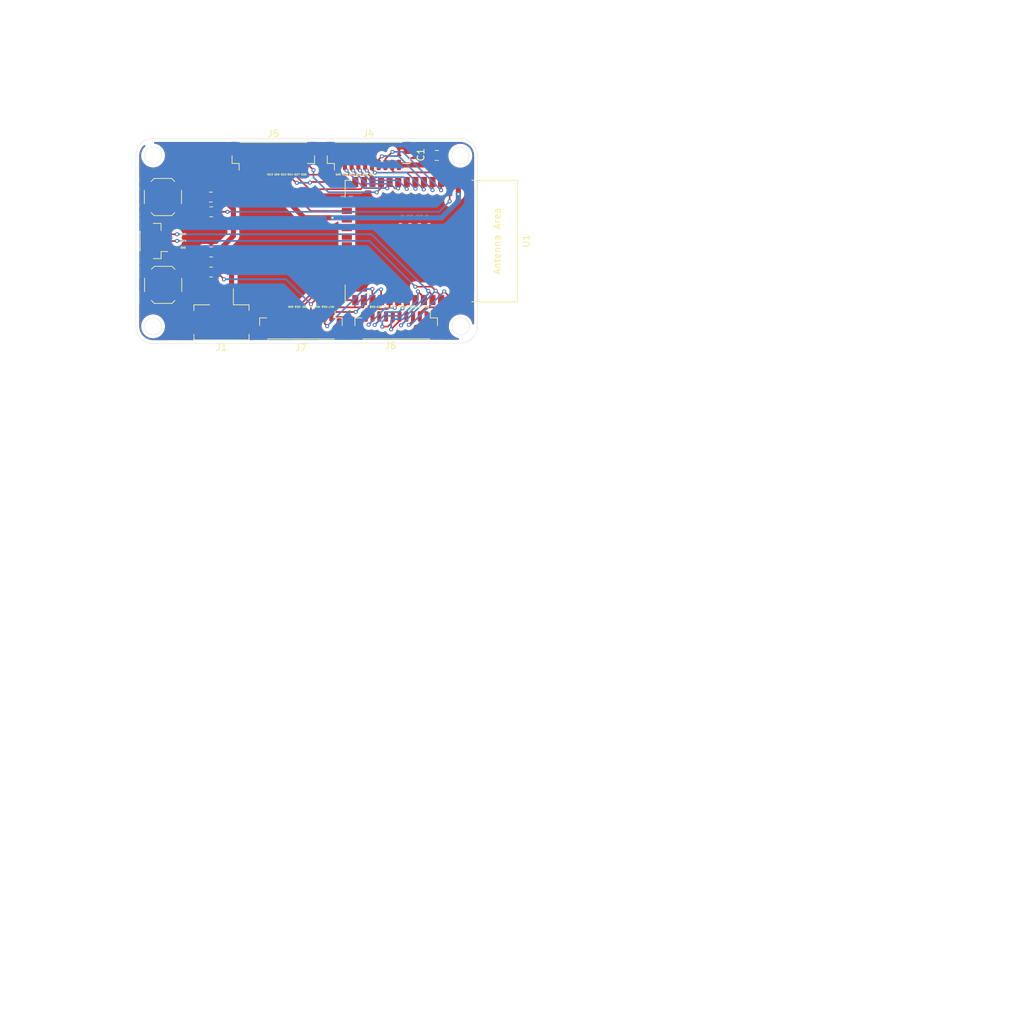
<source format=kicad_pcb>
(kicad_pcb (version 20241229) (generator "pcbnew") (generator_version "9.0")
  (layers (0 "F.Cu" signal) (2 "B.Cu" signal) (13 "F.Paste" user) (15 "B.Paste" user) (5 "F.SilkS" user "F.Silkscreen") (7 "B.SilkS" user "B.Silkscreen") (1 "F.Mask" user) (3 "B.Mask" user) (25 "Edge.Cuts" user))
  (net 0 "")
  (net 1 "GND")
  (net 2 "IO27")
  (net 3 "IO26")
  (net 4 "SVP")
  (net 5 "IO14")
  (net 6 "IO25")
  (net 7 "IO33")
  (net 8 "SVN")
  (net 9 "VDD")
  (net 10 "IO32")
  (net 11 "IO35")
  (net 12 "IO12")
  (net 13 "IO34")
  (net 14 "EN")
  (net 15 "IO5")
  (net 16 "IO15")
  (net 17 "IO19")
  (net 18 "UORX")
  (net 19 "U0TX")
  (net 20 "IO21")
  (net 21 "IO23")
  (net 22 "IO2")
  (net 23 "IO13")
  (net 24 "IO16")
  (net 25 "IO18")
  (net 26 "IO0")
  (net 27 "IO17")
  (net 28 "IO22")
  (net 29 "IO4")
  (net 30 "Net-(R4-Pad1)")
  (net 31 "Net-(R6-Pad1)")
  (footprint "Connector_JST:JST_SH_BM10B-SRSS-TB_1x10-1MP_P1.00mm_Vertical" (layer "F.Cu") (at 55.35 37.615)
    (property "Reference" "J5" (at 0 -3.3 0) (layer "F.SilkS"))
    (property "Value" "Conn_01x10" (hide yes))
    (pad "1" smd roundrect (at 4.5 1.325) (size 0.6 1.55) (layers "F.Cu" "F.Mask" "F.Paste") (net 3 "IO26"))
    (pad "2" smd roundrect (at 3.5 1.325) (size 0.6 1.55) (layers "F.Cu" "F.Mask" "F.Paste") (net 2 "IO27"))
    (pad "3" smd roundrect (at 2.5 1.325) (size 0.6 1.55) (layers "F.Cu" "F.Mask" "F.Paste") (net 5 "IO14"))
    (pad "4" smd roundrect (at 1.5 1.325) (size 0.6 1.55) (layers "F.Cu" "F.Mask" "F.Paste") (net 12 "IO12"))
    (pad "5" smd roundrect (at -5.8 -1.2) (size 1.2 1.8) (layers "F.Cu" "F.Mask" "F.Paste") (roundrect_rratio 0.208333) (net 1 "GND"))
    (pad "5" smd roundrect (at 0.5 1.325) (size 0.6 1.55) (layers "F.Cu" "F.Mask" "F.Paste") (net 1 "GND"))
    (pad "5" smd roundrect (at 5.8 -1.2) (size 1.2 1.8) (layers "F.Cu" "F.Mask" "F.Paste") (roundrect_rratio 0.208333) (net 1 "GND"))
    (pad "6" smd roundrect (at -0.5 1.325) (size 0.6 1.55) (layers "F.Cu" "F.Mask" "F.Paste") (net 23 "IO13"))
    (pad "7" smd roundrect (at -1.5 1.325) (size 0.6 1.55) (layers "F.Cu" "F.Mask" "F.Paste"))
    (pad "8" smd roundrect (at -2.5 1.325) (size 0.6 1.55) (layers "F.Cu" "F.Mask" "F.Paste"))
    (pad "9" smd roundrect (at -3.5 1.325) (size 0.6 1.55) (layers "F.Cu" "F.Mask" "F.Paste"))
    (pad "10" smd roundrect (at -4.5 1.325) (size 0.6 1.55) (layers "F.Cu" "F.Mask" "F.Paste"))
  )
  (footprint "Resistor_SMD:R_0805_2012Metric" (layer "F.Cu") (at 46.09 43.7)
    (property "Reference" "R3" (hide yes))
    (property "Value" "12k" (hide yes))
    (pad "1" smd roundrect (at -0.9125 0) (size 1.025 1.4) (layers "F.Cu" "F.Mask" "F.Paste") (roundrect_rratio 0.243902) (net 14 "EN"))
    (pad "2" smd roundrect (at 0.9125 0) (size 1.025 1.4) (layers "F.Cu" "F.Mask" "F.Paste") (roundrect_rratio 0.243902) (net 9 "VDD"))
  )
  (footprint "Resistor_SMD:R_0805_2012Metric" (layer "F.Cu") (at 46.13 54.81)
    (property "Reference" "R6" (hide yes))
    (property "Value" "470" (hide yes))
    (pad "1" smd roundrect (at -0.9125 0) (size 1.025 1.4) (layers "F.Cu" "F.Mask" "F.Paste") (roundrect_rratio 0.243902) (net 31 "Net-(R6-Pad1)"))
    (pad "2" smd roundrect (at 0.9125 0) (size 1.025 1.4) (layers "F.Cu" "F.Mask" "F.Paste") (roundrect_rratio 0.243902) (net 26 "IO0"))
  )
  (footprint "Resistor_SMD:R_0805_2012Metric" (layer "F.Cu") (at 46.1375 51.84)
    (property "Reference" "R5" (hide yes))
    (property "Value" "12k" (hide yes))
    (pad "1" smd roundrect (at -0.9125 0) (size 1.025 1.4) (layers "F.Cu" "F.Mask" "F.Paste") (roundrect_rratio 0.243902) (net 26 "IO0"))
    (pad "2" smd roundrect (at 0.9125 0) (size 1.025 1.4) (layers "F.Cu" "F.Mask" "F.Paste") (roundrect_rratio 0.243902) (net 9 "VDD"))
  )
  (footprint "Connector_JST:JST_SH_BM10B-SRSS-TB_1x10-1MP_P1.00mm_Vertical" (layer "F.Cu") (at 69.45 37.615)
    (property "Reference" "J4" (at 0 -3.3 0) (layer "F.SilkS"))
    (property "Value" "Conn_01x10" (hide yes))
    (pad "1" smd roundrect (at 4.5 1.325) (size 0.6 1.55) (layers "F.Cu" "F.Mask" "F.Paste") (net 9 "VDD"))
    (pad "2" smd roundrect (at 3.5 1.325) (size 0.6 1.55) (layers "F.Cu" "F.Mask" "F.Paste") (net 14 "EN"))
    (pad "3" smd roundrect (at 2.5 1.325) (size 0.6 1.55) (layers "F.Cu" "F.Mask" "F.Paste") (net 4 "SVP"))
    (pad "4" smd roundrect (at 1.5 1.325) (size 0.6 1.55) (layers "F.Cu" "F.Mask" "F.Paste") (net 8 "SVN"))
    (pad "5" smd roundrect (at 0.5 1.325) (size 0.6 1.55) (layers "F.Cu" "F.Mask" "F.Paste") (net 13 "IO34"))
    (pad "6" smd roundrect (at -0.5 1.325) (size 0.6 1.55) (layers "F.Cu" "F.Mask" "F.Paste") (net 11 "IO35"))
    (pad "7" smd roundrect (at -1.5 1.325) (size 0.6 1.55) (layers "F.Cu" "F.Mask" "F.Paste") (net 10 "IO32"))
    (pad "8" smd roundrect (at -2.5 1.325) (size 0.6 1.55) (layers "F.Cu" "F.Mask" "F.Paste") (net 7 "IO33"))
    (pad "9" smd roundrect (at -3.5 1.325) (size 0.6 1.55) (layers "F.Cu" "F.Mask" "F.Paste") (net 6 "IO25"))
    (pad "10" smd roundrect (at -5.8 -1.2) (size 1.2 1.8) (layers "F.Cu" "F.Mask" "F.Paste") (roundrect_rratio 0.208333) (net 1 "GND"))
    (pad "10" smd roundrect (at -4.5 1.325) (size 0.6 1.55) (layers "F.Cu" "F.Mask" "F.Paste") (net 1 "GND"))
    (pad "10" smd roundrect (at 5.8 -1.2) (size 1.2 1.8) (layers "F.Cu" "F.Mask" "F.Paste") (roundrect_rratio 0.208333) (net 1 "GND"))
  )
  (footprint "Connector_JST:JST_PH_B2B-PH-SM4-TB_1x02-1MP_P2.00mm_Vertical" (layer "F.Cu") (at 47.67 60.52 180)
    (property "Reference" "J1" (at 0 -5.45 0) (layer "F.SilkS"))
    (property "Value" "Conn_01x02" (hide yes))
    (pad "1" smd roundrect (at -1 0.5 180) (size 1 5.5) (layers "F.Cu" "F.Mask" "F.Paste") (net 9 "VDD"))
    (pad "2" smd roundrect (at 1 0.5 180) (size 1 5.5) (layers "F.Cu" "F.Mask" "F.Paste") (net 1 "GND"))
    (pad "MP" smd roundrect (at -3.4 -1.75 180) (size 1.6 3) (layers "F.Cu" "F.Mask" "F.Paste") (roundrect_rratio 0.15625))
    (pad "MP" smd roundrect (at 3.4 -1.75 180) (size 1.6 3) (layers "F.Cu" "F.Mask" "F.Paste") (roundrect_rratio 0.15625))
  )
  (footprint "Button_Switch_SMD:SW_Push_1P1T_XKB_TS-1187A" (layer "F.Cu") (at 39 43.695)
    (property "Reference" "SW1" (hide yes))
    (property "Value" "EN" (hide yes))
    (pad "1" smd rect (at -3 -1.875) (size 1 0.75) (layers "F.Cu" "F.Mask" "F.Paste") (net 30 "Net-(R4-Pad1)"))
    (pad "1" smd rect (at 3 -1.875) (size 1 0.75) (layers "F.Cu" "F.Mask" "F.Paste") (net 30 "Net-(R4-Pad1)"))
    (pad "2" smd rect (at -3 1.875) (size 1 0.75) (layers "F.Cu" "F.Mask" "F.Paste") (net 1 "GND"))
    (pad "2" smd rect (at 3 1.875) (size 1 0.75) (layers "F.Cu" "F.Mask" "F.Paste") (net 1 "GND"))
  )
  (footprint "Resistor_SMD:R_0805_2012Metric" (layer "F.Cu") (at 46.15 45.88)
    (property "Reference" "R4" (hide yes))
    (property "Value" "470" (hide yes))
    (pad "1" smd roundrect (at -0.9125 0) (size 1.025 1.4) (layers "F.Cu" "F.Mask" "F.Paste") (roundrect_rratio 0.243902) (net 30 "Net-(R4-Pad1)"))
    (pad "2" smd roundrect (at 0.9125 0) (size 1.025 1.4) (layers "F.Cu" "F.Mask" "F.Paste") (roundrect_rratio 0.243902) (net 14 "EN"))
  )
  (footprint "Connector_JST:JST_SH_BM10B-SRSS-TB_1x10-1MP_P1.00mm_Vertical" (layer "F.Cu") (at 59.44 62.71 180)
    (property "Reference" "J7" (at 0 -3.3 0) (layer "F.SilkS"))
    (property "Value" "Conn_01x10")
    (pad "1" smd roundrect (at -4.5 1.325 180) (size 0.6 1.55) (layers "F.Cu" "F.Mask" "F.Paste") (net 27 "IO17"))
    (pad "2" smd roundrect (at -3.5 1.325 180) (size 0.6 1.55) (layers "F.Cu" "F.Mask" "F.Paste") (net 24 "IO16"))
    (pad "3" smd roundrect (at -2.5 1.325 180) (size 0.6 1.55) (layers "F.Cu" "F.Mask" "F.Paste") (net 29 "IO4"))
    (pad "4" smd roundrect (at -1.5 1.325 180) (size 0.6 1.55) (layers "F.Cu" "F.Mask" "F.Paste") (net 26 "IO0"))
    (pad "5" smd roundrect (at -0.5 1.325 180) (size 0.6 1.55) (layers "F.Cu" "F.Mask" "F.Paste") (net 22 "IO2"))
    (pad "6" smd roundrect (at 0.5 1.325 180) (size 0.6 1.55) (layers "F.Cu" "F.Mask" "F.Paste") (net 16 "IO15"))
    (pad "7" smd roundrect (at -5.8 -1.2 180) (size 1.2 1.8) (layers "F.Cu" "F.Mask" "F.Paste") (roundrect_rratio 0.208333) (net 1 "GND"))
    (pad "7" smd roundrect (at 1.5 1.325 180) (size 0.6 1.55) (layers "F.Cu" "F.Mask" "F.Paste") (net 1 "GND"))
    (pad "7" smd roundrect (at 5.8 -1.2 180) (size 1.2 1.8) (layers "F.Cu" "F.Mask" "F.Paste") (roundrect_rratio 0.208333) (net 1 "GND"))
    (pad "8" smd roundrect (at 2.5 1.325 180) (size 0.6 1.55) (layers "F.Cu" "F.Mask" "F.Paste"))
    (pad "9" smd roundrect (at 3.5 1.325 180) (size 0.6 1.55) (layers "F.Cu" "F.Mask" "F.Paste"))
    (pad "10" smd roundrect (at 4.5 1.325 180) (size 0.6 1.55) (layers "F.Cu" "F.Mask" "F.Paste"))
  )
  (footprint "Capacitor_SMD:C_0805_2012Metric" (layer "F.Cu") (at 79.56 37.53 180)
    (property "Reference" "C1" (at 2.36 0.1 90) (layer "F.SilkS"))
    (property "Value" "100uF" (hide yes))
    (pad "1" smd roundrect (at -0.95 0 180) (size 1 1.45) (layers "F.Cu" "F.Mask" "F.Paste") (net 9 "VDD"))
    (pad "2" smd roundrect (at 0.95 0 180) (size 1 1.45) (layers "F.Cu" "F.Mask" "F.Paste") (net 1 "GND"))
  )
  (footprint "Connector_JST:JST_SH_BM10B-SRSS-TB_1x10-1MP_P1.00mm_Vertical" (layer "F.Cu") (at 73.54 62.71 180)
    (property "Reference" "J6" (at 0.83 -3.01 0) (layer "F.SilkS"))
    (property "Value" "Conn_01x10" (hide yes))
    (pad "1" smd roundrect (at -4.5 1.325 180) (size 0.6 1.55) (layers "F.Cu" "F.Mask" "F.Paste") (net 1 "GND"))
    (pad "2" smd roundrect (at -3.5 1.325 180) (size 0.6 1.55) (layers "F.Cu" "F.Mask" "F.Paste") (net 21 "IO23"))
    (pad "3" smd roundrect (at -2.5 1.325 180) (size 0.6 1.55) (layers "F.Cu" "F.Mask" "F.Paste") (net 28 "IO22"))
    (pad "4" smd roundrect (at -1.5 1.325 180) (size 0.6 1.55) (layers "F.Cu" "F.Mask" "F.Paste") (net 19 "U0TX"))
    (pad "5" smd roundrect (at -0.5 1.325 180) (size 0.6 1.55) (layers "F.Cu" "F.Mask" "F.Paste") (net 18 "UORX"))
    (pad "6" smd roundrect (at 0.5 1.325 180) (size 0.6 1.55) (layers "F.Cu" "F.Mask" "F.Paste") (net 20 "IO21"))
    (pad "7" smd roundrect (at -5.8 -1.2 180) (size 1.2 1.8) (layers "F.Cu" "F.Mask" "F.Paste") (roundrect_rratio 0.208333) (net 1 "GND"))
    (pad "7" smd roundrect (at 1.5 1.325 180) (size 0.6 1.55) (layers "F.Cu" "F.Mask" "F.Paste") (net 1 "GND"))
    (pad "7" smd roundrect (at 5.8 -1.2 180) (size 1.2 1.8) (layers "F.Cu" "F.Mask" "F.Paste") (roundrect_rratio 0.208333) (net 1 "GND"))
    (pad "8" smd roundrect (at 2.5 1.325 180) (size 0.6 1.55) (layers "F.Cu" "F.Mask" "F.Paste") (net 17 "IO19"))
    (pad "9" smd roundrect (at 3.5 1.325 180) (size 0.6 1.55) (layers "F.Cu" "F.Mask" "F.Paste") (net 25 "IO18"))
    (pad "10" smd roundrect (at 4.5 1.325 180) (size 0.6 1.55) (layers "F.Cu" "F.Mask" "F.Paste") (net 15 "IO5"))
  )
  (footprint "Connector_JST:JST_SH_BM03B-SRSS-TB_1x03-1MP_P1.00mm_Vertical" (layer "F.Cu") (at 37.62 50.21 90)
    (property "Reference" "J3" (hide yes))
    (property "Value" "Conn_01x03" (hide yes))
    (pad "1" smd roundrect (at 1 1.325 90) (size 0.6 1.55) (layers "F.Cu" "F.Mask" "F.Paste") (net 18 "UORX"))
    (pad "2" smd roundrect (at 0 1.325 90) (size 0.6 1.55) (layers "F.Cu" "F.Mask" "F.Paste") (net 19 "U0TX"))
    (pad "3" smd roundrect (at -2.3 -1.2 90) (size 1.2 1.8) (layers "F.Cu" "F.Mask" "F.Paste") (roundrect_rratio 0.208333) (net 1 "GND"))
    (pad "3" smd roundrect (at -1 1.325 90) (size 0.6 1.55) (layers "F.Cu" "F.Mask" "F.Paste") (net 1 "GND"))
    (pad "3" smd roundrect (at 2.3 -1.2 90) (size 1.2 1.8) (layers "F.Cu" "F.Mask" "F.Paste") (roundrect_rratio 0.208333) (net 1 "GND"))
  )
  (footprint "PCM_Espressif:ESP32-WROOM-32E" (layer "F.Cu") (at 76.99 50.21 -90)
    (property "Reference" "U1" (at 0 -15.8 90) (layer "F.SilkS"))
    (property "Value" "ESP32-WROOM-E" (hide yes))
    (fp_text user "Antenna Area" (at 0 -11.5 90) (layer "F.SilkS"))
    (pad "1" smd rect (at -8.75 -7.01 270) (size 1.5 0.9) (layers "F.Cu" "F.Mask" "F.Paste") (net 1 "GND"))
    (pad "2" smd rect (at -8.75 -5.74 270) (size 1.5 0.9) (layers "F.Cu" "F.Mask" "F.Paste") (net 9 "VDD"))
    (pad "3" smd rect (at -8.75 -4.47 270) (size 1.5 0.9) (layers "F.Cu" "F.Mask" "F.Paste") (net 14 "EN"))
    (pad "4" smd rect (at -8.75 -3.2 270) (size 1.5 0.9) (layers "F.Cu" "F.Mask" "F.Paste") (net 4 "SVP"))
    (pad "5" smd rect (at -8.75 -1.93 270) (size 1.5 0.9) (layers "F.Cu" "F.Mask" "F.Paste") (net 8 "SVN"))
    (pad "6" smd rect (at -8.75 -0.66 270) (size 1.5 0.9) (layers "F.Cu" "F.Mask" "F.Paste") (net 13 "IO34"))
    (pad "7" smd rect (at -8.75 0.61 270) (size 1.5 0.9) (layers "F.Cu" "F.Mask" "F.Paste") (net 11 "IO35"))
    (pad "8" smd rect (at -8.75 1.88 270) (size 1.5 0.9) (layers "F.Cu" "F.Mask" "F.Paste") (net 10 "IO32"))
    (pad "9" smd rect (at -8.75 3.15 270) (size 1.5 0.9) (layers "F.Cu" "F.Mask" "F.Paste") (net 7 "IO33"))
    (pad "10" smd rect (at -8.75 4.42 270) (size 1.5 0.9) (layers "F.Cu" "F.Mask" "F.Paste") (net 6 "IO25"))
    (pad "11" smd rect (at -8.75 5.69 270) (size 1.5 0.9) (layers "F.Cu" "F.Mask" "F.Paste") (net 3 "IO26"))
    (pad "12" smd rect (at -8.75 6.96 270) (size 1.5 0.9) (layers "F.Cu" "F.Mask" "F.Paste") (net 2 "IO27"))
    (pad "13" smd rect (at -8.75 8.23 270) (size 1.5 0.9) (layers "F.Cu" "F.Mask" "F.Paste") (net 5 "IO14"))
    (pad "14" smd rect (at -8.75 9.5 270) (size 1.5 0.9) (layers "F.Cu" "F.Mask" "F.Paste") (net 12 "IO12"))
    (pad "15" smd rect (at -5.72 10.75) (size 1.5 0.9) (layers "F.Cu" "F.Mask" "F.Paste") (net 1 "GND"))
    (pad "16" smd rect (at -4.45 10.75) (size 1.5 0.9) (layers "F.Cu" "F.Mask" "F.Paste") (net 23 "IO13"))
    (pad "17" smd rect (at -3.18 10.75) (size 1.5 0.9) (layers "F.Cu" "F.Mask" "F.Paste"))
    (pad "18" smd rect (at -1.91 10.75) (size 1.5 0.9) (layers "F.Cu" "F.Mask" "F.Paste"))
    (pad "19" smd rect (at -0.64 10.75) (size 1.5 0.9) (layers "F.Cu" "F.Mask" "F.Paste"))
    (pad "20" smd rect (at 0.63 10.75) (size 1.5 0.9) (layers "F.Cu" "F.Mask" "F.Paste"))
    (pad "21" smd rect (at 1.9 10.75) (size 1.5 0.9) (layers "F.Cu" "F.Mask" "F.Paste"))
    (pad "22" smd rect (at 3.17 10.75) (size 1.5 0.9) (layers "F.Cu" "F.Mask" "F.Paste"))
    (pad "23" smd rect (at 4.44 10.75) (size 1.5 0.9) (layers "F.Cu" "F.Mask" "F.Paste") (net 16 "IO15"))
    (pad "24" smd rect (at 5.71 10.75) (size 1.5 0.9) (layers "F.Cu" "F.Mask" "F.Paste") (net 22 "IO2"))
    (pad "25" smd rect (at 8.75 9.5 90) (size 1.5 0.9) (layers "F.Cu" "F.Mask" "F.Paste") (net 26 "IO0"))
    (pad "26" smd rect (at 8.75 8.23 90) (size 1.5 0.9) (layers "F.Cu" "F.Mask" "F.Paste") (net 29 "IO4"))
    (pad "27" smd rect (at 8.75 6.96 90) (size 1.5 0.9) (layers "F.Cu" "F.Mask" "F.Paste") (net 24 "IO16"))
    (pad "28" smd rect (at 8.75 5.69 90) (size 1.5 0.9) (layers "F.Cu" "F.Mask" "F.Paste") (net 27 "IO17"))
    (pad "29" smd rect (at 8.75 4.42 90) (size 1.5 0.9) (layers "F.Cu" "F.Mask" "F.Paste") (net 15 "IO5"))
    (pad "30" smd rect (at 8.75 3.15 90) (size 1.5 0.9) (layers "F.Cu" "F.Mask" "F.Paste") (net 25 "IO18"))
    (pad "31" smd rect (at 8.75 1.88 90) (size 1.5 0.9) (layers "F.Cu" "F.Mask" "F.Paste") (net 17 "IO19"))
    (pad "32" smd rect (at 8.75 0.61 90) (size 1.5 0.9) (layers "F.Cu" "F.Mask" "F.Paste"))
    (pad "33" smd rect (at 8.75 -0.66 90) (size 1.5 0.9) (layers "F.Cu" "F.Mask" "F.Paste") (net 20 "IO21"))
    (pad "34" smd rect (at 8.75 -1.93 90) (size 1.5 0.9) (layers "F.Cu" "F.Mask" "F.Paste") (net 18 "UORX"))
    (pad "35" smd rect (at 8.75 -3.2 90) (size 1.5 0.9) (layers "F.Cu" "F.Mask" "F.Paste") (net 19 "U0TX"))
    (pad "36" smd rect (at 8.75 -4.47 90) (size 1.5 0.9) (layers "F.Cu" "F.Mask" "F.Paste") (net 28 "IO22"))
    (pad "37" smd rect (at 8.75 -5.74 90) (size 1.5 0.9) (layers "F.Cu" "F.Mask" "F.Paste") (net 21 "IO23"))
    (pad "38" smd rect (at 8.75 -7.01 90) (size 1.5 0.9) (layers "F.Cu" "F.Mask" "F.Paste") (net 1 "GND"))
    (pad "39" smd rect (at -2.9 -0.69 90) (size 0.9 0.9) (layers "F.Cu" "F.Mask" "F.Paste") (net 1 "GND"))
    (pad "39" smd rect (at -2.9 -0.69 90) (size 0.9 0.9) (layers "F.Cu" "F.Mask" "F.Paste") (net 1 "GND"))
    (pad "39" smd rect (at -2.9 0.71 90) (size 0.9 0.9) (layers "F.Cu" "F.Mask" "F.Paste") (net 1 "GND"))
    (pad "39" smd rect (at -2.9 2.11 90) (size 0.9 0.9) (layers "F.Cu" "F.Mask" "F.Paste") (net 1 "GND"))
    (pad "39" smd rect (at -2.9 2.11 90) (size 0.9 0.9) (layers "F.Cu" "F.Mask" "F.Paste") (net 1 "GND"))
    (pad "39" smd rect (at -1.5 -0.69 90) (size 0.9 0.9) (layers "F.Cu" "F.Mask" "F.Paste") (net 1 "GND"))
    (pad "39" smd rect (at -1.5 0.71 90) (size 0.9 0.9) (layers "F.Cu" "F.Mask" "F.Paste") (net 1 "GND"))
    (pad "39" smd rect (at -1.5 2.11 90) (size 0.9 0.9) (layers "F.Cu" "F.Mask" "F.Paste") (net 1 "GND"))
    (pad "39" smd rect (at -1.5 2.11 90) (size 0.9 0.9) (layers "F.Cu" "F.Mask" "F.Paste") (net 1 "GND"))
    (pad "39" smd rect (at -0.1 -0.69 90) (size 0.9 0.9) (layers "F.Cu" "F.Mask" "F.Paste") (net 1 "GND"))
    (pad "39" smd rect (at -0.1 0.71 90) (size 0.9 0.9) (layers "F.Cu" "F.Mask" "F.Paste") (net 1 "GND"))
    (pad "39" smd rect (at -0.1 2.11 90) (size 0.9 0.9) (layers "F.Cu" "F.Mask" "F.Paste") (net 1 "GND"))
    (zone (net 0) (net_name "") (layers "F.Cu" "B.Cu") (name "antenna keepout") (connect_pads (clearance 0)) (min_thickness 0.254)
      (keepout (tracks not_allowed) (vias not_allowed) (pads not_allowed) (copperpour not_allowed) (footprints not_allowed))
      (fill (thermal_gap 0.508) (thermal_bridge_width 0.508))
      (polygon (pts (xy 85.54 59.21) (xy 85.54 41.21) (xy 91.49 41.21) (xy 91.49 59.21)))
    )
  )
  (footprint "Button_Switch_SMD:SW_Push_1P1T_XKB_TS-1187A" (layer "F.Cu") (at 39.04 56.705)
    (property "Reference" "SW2" (hide yes))
    (property "Value" "IO0")
    (pad "1" smd rect (at -3 -1.875) (size 1 0.75) (layers "F.Cu" "F.Mask" "F.Paste") (net 31 "Net-(R6-Pad1)"))
    (pad "1" smd rect (at 3 -1.875) (size 1 0.75) (layers "F.Cu" "F.Mask" "F.Paste") (net 31 "Net-(R6-Pad1)"))
    (pad "2" smd rect (at -3 1.875) (size 1 0.75) (layers "F.Cu" "F.Mask" "F.Paste") (net 1 "GND"))
    (pad "2" smd rect (at 3 1.875) (size 1 0.75) (layers "F.Cu" "F.Mask" "F.Paste") (net 1 "GND"))
  )
  (gr_arc (start 37.54 65.39) (mid 35.743949 64.646051) (end 35 62.85) (stroke (width 0.05)) (layer "Edge.Cuts"))
  (gr_circle (center 37.54 37.54) (end 38.81 37.54) (stroke (width 0.05)) (fill no) (layer "Edge.Cuts"))
  (gr_circle (center 37.54 62.85) (end 38.81 62.85) (stroke (width 0.05)) (fill no) (layer "Edge.Cuts"))
  (gr_arc (start 85.57969 62.85) (mid 84.853406 64.603406) (end 83.1 65.32969) (stroke (width 0.05)) (layer "Edge.Cuts"))
  (gr_arc (start 83.05 35.04031) (mid 84.838761 35.781239) (end 85.57969 37.57) (stroke (width 0.05)) (layer "Edge.Cuts"))
  (gr_line (start 37.54 65.39) (end 83.1 65.32969) (stroke (width 0.05)) (layer "Edge.Cuts"))
  (gr_line (start 35 37.54) (end 35 62.85) (stroke (width 0.05)) (layer "Edge.Cuts"))
  (gr_arc (start 35 37.54) (mid 35.746206 35.75837) (end 37.539365 35.04031) (stroke (width 0.05)) (layer "Edge.Cuts"))
  (gr_circle (center 83.1 62.85) (end 84.37 62.85) (stroke (width 0.05)) (fill no) (layer "Edge.Cuts"))
  (gr_line (start 85.57969 37.57) (end 85.57969 62.85) (stroke (width 0.05)) (layer "Edge.Cuts"))
  (gr_line (start 37.539365 35.04031) (end 83.05 35.04031) (stroke (width 0.05)) (layer "Edge.Cuts"))
  (gr_circle (center 83.05 37.57) (end 84.32 37.57) (stroke (width 0.05)) (fill no) (layer "Edge.Cuts"))
  (gr_text "IO19" (at 71.06 59.8 180) (layer "F.SilkS") (effects (font (size 0.25 0.25) (thickness 0.0625)) (justify bottom)))
  (gr_text "I02" (at 59.95 59.8 180) (layer "F.SilkS") (effects (font (size 0.25 0.25) (thickness 0.0625)) (justify bottom)))
  (gr_text "IO21" (at 73.07 59.8 180) (layer "F.SilkS") (effects (font (size 0.25 0.25) (thickness 0.0625)) (justify bottom)))
  (gr_text "IO17" (at 63.96 59.8 180) (layer "F.SilkS") (effects (font (size 0.25 0.25) (thickness 0.0625)) (justify bottom)))
  (gr_text "IO32" (at 67.95 40.5 0) (layer "F.SilkS") (effects (font (size 0.25 0.25) (thickness 0.0625)) (justify bottom)))
  (gr_text "IO15" (at 58.95 59.8 180) (layer "F.SilkS") (effects (font (size 0.25 0.25) (thickness 0.0625)) (justify bottom)))
  (gr_text "IO18\n" (at 70.07 59.8 180) (layer "F.SilkS") (effects (font (size 0.25 0.25) (thickness 0.0625)) (justify bottom)))
  (gr_text "GND" (at 55.88 40.5 0) (layer "F.SilkS") (effects (font (size 0.25 0.25) (thickness 0.0625)) (justify bottom)))
  (gr_text "U0RX" (at 42 49.34 0) (layer "F.SilkS") (effects (font (size 0.25 0.25) (thickness 0.0625)) (justify bottom)))
  (gr_text "IO16" (at 62.95 59.8 180) (layer "F.SilkS") (effects (font (size 0.25 0.25) (thickness 0.0625)) (justify bottom)))
  (gr_text "IO14" (at 57.85 40.5 0) (layer "F.SilkS") (effects (font (size 0.25 0.25) (thickness 0.0625)) (justify bottom)))
  (gr_text "IO12" (at 56.86 40.5 0) (layer "F.SilkS") (effects (font (size 0.25 0.25) (thickness 0.0625)) (justify bottom)))
  (gr_text "GND" (at 72.04 59.8 180) (layer "F.SilkS") (effects (font (size 0.25 0.25) (thickness 0.0625)) (justify bottom)))
  (gr_text "IO13" (at 66.96 40.5 0) (layer "F.SilkS") (effects (font (size 0.25 0.25) (thickness 0.0625)) (justify bottom)))
  (gr_text "IO23" (at 77.04 59.8 180) (layer "F.SilkS") (effects (font (size 0.25 0.25) (thickness 0.0625)) (justify bottom)))
  (gr_text "U0TX" (at 42 50.34 0) (layer "F.SilkS") (effects (font (size 0.25 0.25) (thickness 0.0625)) (justify bottom)))
  (gr_text "IO22" (at 76.02 59.8 180) (layer "F.SilkS") (effects (font (size 0.25 0.25) (thickness 0.0625)) (justify bottom)))
  (gr_text "VDD" (at 74 40.5 0) (layer "F.SilkS") (effects (font (size 0.25 0.25) (thickness 0.0625)) (justify bottom)))
  (gr_text "IO34" (at 69.95 40.5 0) (layer "F.SilkS") (effects (font (size 0.25 0.25) (thickness 0.0625)) (justify bottom)))
  (gr_text "GND" (at 64.96 40.5 0) (layer "F.SilkS") (effects (font (size 0.25 0.25) (thickness 0.0625)) (justify bottom)))
  (gr_text "GND" (at 57.93 59.8 180) (layer "F.SilkS") (effects (font (size 0.25 0.25) (thickness 0.0625)) (justify bottom)))
  (gr_text "SVP" (at 71.97 40.5 0) (layer "F.SilkS") (effects (font (size 0.25 0.25) (thickness 0.0625)) (justify bottom)))
  (gr_text "IO25" (at 65.96 40.5 0) (layer "F.SilkS") (effects (font (size 0.25 0.25) (thickness 0.0625)) (justify bottom)))
  (gr_text "IO26" (at 59.86 40.5 0) (layer "F.SilkS") (effects (font (size 0.25 0.25) (thickness 0.0625)) (justify bottom)))
  (gr_text "IO35" (at 68.95 40.5 0) (layer "F.SilkS") (effects (font (size 0.25 0.25) (thickness 0.0625)) (justify bottom)))
  (gr_text "GND" (at 78.05 59.8 180) (layer "F.SilkS") (effects (font (size 0.25 0.25) (thickness 0.0625)) (justify bottom)))
  (gr_text "SVN" (at 71.01 40.5 0) (layer "F.SilkS") (effects (font (size 0.25 0.25) (thickness 0.0625)) (justify bottom)))
  (gr_text "GND" (at 42 51.35 0) (layer "F.SilkS") (effects (font (size 0.25 0.25) (thickness 0.0625)) (justify bottom)))
  (gr_text "IO4" (at 61.98 59.8 180) (layer "F.SilkS") (effects (font (size 0.25 0.25) (thickness 0.0625)) (justify bottom)))
  (gr_text "EN" (at 72.97 40.5 0) (layer "F.SilkS") (effects (font (size 0.25 0.25) (thickness 0.0625)) (justify bottom)))
  (gr_text "IO27" (at 58.85 40.5 0) (layer "F.SilkS") (effects (font (size 0.25 0.25) (thickness 0.0625)) (justify bottom)))
  (gr_text "IO0" (at 60.92 59.8 180) (layer "F.SilkS") (effects (font (size 0.25 0.25) (thickness 0.0625)) (justify bottom)))
  (gr_text "I05" (at 69.06 59.8 180) (layer "F.SilkS") (effects (font (size 0.25 0.25) (thickness 0.0625)) (justify bottom)))
  (gr_text "IO13" (at 54.85 40.5 0) (layer "F.SilkS") (effects (font (size 0.25 0.25) (thickness 0.0625)) (justify bottom)))
  (gr_text "U0RX" (at 74.05 59.8 180) (layer "F.SilkS") (effects (font (size 0.25 0.25) (thickness 0.0625)) (justify bottom)))
  (gr_text "U0TX" (at 75.04 59.8 180) (layer "F.SilkS") (effects (font (size 0.25 0.25) (thickness 0.0625)) (justify bottom)))
  (segment (start 69.536 40.384) (end 70.03 40.878) (width 0.25) (layer "F.Cu") (net 2))
  (segment (start 59.519001 40.384) (end 69.536 40.384) (width 0.25) (layer "F.Cu") (net 2))
  (segment (start 58.85 39.714999) (end 59.519001 40.384) (width 0.25) (layer "F.Cu") (net 2))
  (segment (start 58.85 38.94) (end 58.85 39.714999) (width 0.25) (layer "F.Cu") (net 2))
  (segment (start 70.03 40.878) (end 70.03 41.46) (width 0.25) (layer "F.Cu") (net 2))
  (segment (start 71.3 42.35) (end 71.3 41.46) (width 0.25) (layer "F.Cu") (net 3))
  (segment (start 70.65 43) (end 71.3 42.35) (width 0.25) (layer "F.Cu") (net 3))
  (segment (start 59.85 38.94) (end 60.54 38.94) (width 0.25) (layer "F.Cu") (net 3))
  (segment (start 60.54 38.94) (end 61.3 39.7) (width 0.25) (layer "F.Cu") (net 3))
  (via (at 70.65 43) (size 0.6) (drill 0.3) (layers "F.Cu" "B.Cu") (net 3))
  (via (at 61.3 39.7) (size 0.6) (drill 0.3) (layers "F.Cu" "B.Cu") (net 3))
  (segment (start 63.5 42.98) (end 70.63 42.98) (width 0.25) (layer "B.Cu") (net 3))
  (segment (start 61.3 39.7) (end 61.3 40.78) (width 0.25) (layer "B.Cu") (net 3))
  (segment (start 70.63 42.98) (end 70.65 43) (width 0.25) (layer "B.Cu") (net 3))
  (segment (start 61.3 40.78) (end 63.5 42.98) (width 0.25) (layer "B.Cu") (net 3))
  (segment (start 71.95 38.035) (end 72.99 36.995) (width 0.25) (layer "F.Cu") (net 4))
  (segment (start 71.95 38.94) (end 71.95 38.035) (width 0.25) (layer "F.Cu") (net 4))
  (segment (start 80.19 42.68) (end 80.19 41.46) (width 0.25) (layer "F.Cu") (net 4))
  (via (at 80.19 42.68) (size 0.6) (drill 0.3) (layers "F.Cu" "B.Cu") (net 4))
  (via (at 72.99 36.995) (size 0.6) (drill 0.3) (layers "F.Cu" "B.Cu") (net 4))
  (segment (start 74.505 36.995) (end 80.19 42.68) (width 0.25) (layer "B.Cu") (net 4))
  (segment (start 72.99 36.995) (end 74.505 36.995) (width 0.25) (layer "B.Cu") (net 4))
  (segment (start 60.671001 42.536) (end 68.266 42.536) (width 0.25) (layer "F.Cu") (net 5))
  (segment (start 68.76 42.042) (end 68.76 41.46) (width 0.25) (layer "F.Cu") (net 5))
  (segment (start 57.85 38.94) (end 57.85 39.714999) (width 0.25) (layer "F.Cu") (net 5))
  (segment (start 68.266 42.536) (end 68.76 42.042) (width 0.25) (layer "F.Cu") (net 5))
  (segment (start 57.85 39.714999) (end 60.671001 42.536) (width 0.25) (layer "F.Cu") (net 5))
  (segment (start 72.214981 41.815019) (end 72.57 41.46) (width 0.25) (layer "F.Cu") (net 6))
  (segment (start 65.95 38.94) (end 65.95 39.531595) (width 0.25) (layer "F.Cu") (net 6))
  (segment (start 72.214981 42.39383) (end 72.214981 41.815019) (width 0.25) (layer "F.Cu") (net 6))
  (segment (start 65.95 39.531595) (end 66.177405 39.759) (width 0.25) (layer "F.Cu") (net 6))
  (via (at 72.214981 42.39383) (size 0.6) (drill 0.3) (layers "F.Cu" "B.Cu") (net 6))
  (via (at 66.177405 39.759) (size 0.6) (drill 0.3) (layers "F.Cu" "B.Cu") (net 6))
  (segment (start 66.177405 39.759) (end 68.77 42.351595) (width 0.25) (layer "B.Cu") (net 6))
  (segment (start 68.77 42.351595) (end 68.77 42.37) (width 0.25) (layer "B.Cu") (net 6))
  (segment (start 68.77 42.37) (end 72.191151 42.37) (width 0.25) (layer "B.Cu") (net 6))
  (segment (start 72.191151 42.37) (end 72.214981 42.39383) (width 0.25) (layer "B.Cu") (net 6))
  (segment (start 73.83 42.41) (end 73.83 41.47) (width 0.25) (layer "F.Cu") (net 7))
  (segment (start 66.95 39.531594) (end 67.177406 39.759) (width 0.25) (layer "F.Cu") (net 7))
  (segment (start 73.83 41.47) (end 73.84 41.46) (width 0.25) (layer "F.Cu") (net 7))
  (segment (start 66.95 38.94) (end 66.95 39.531594) (width 0.25) (layer "F.Cu") (net 7))
  (via (at 73.83 42.41) (size 0.6) (drill 0.3) (layers "F.Cu" "B.Cu") (net 7))
  (via (at 67.177406 39.759) (size 0.6) (drill 0.3) (layers "F.Cu" "B.Cu") (net 7))
  (segment (start 72.69 41.73) (end 73.37 42.41) (width 0.25) (layer "B.Cu") (net 7))
  (segment (start 67.177406 39.759) (end 69.148406 41.73) (width 0.25) (layer "B.Cu") (net 7))
  (segment (start 73.37 42.41) (end 73.83 42.41) (width 0.25) (layer "B.Cu") (net 7))
  (segment (start 69.148406 41.73) (end 72.69 41.73) (width 0.25) (layer "B.Cu") (net 7))
  (segment (start 78.93 42.66) (end 78.93 41.47) (width 0.25) (layer "F.Cu") (net 8))
  (segment (start 70.95 38.14) (end 71.42 37.67) (width 0.25) (layer "F.Cu") (net 8))
  (segment (start 70.95 38.94) (end 70.95 38.14) (width 0.25) (layer "F.Cu") (net 8))
  (segment (start 78.93 41.47) (end 78.92 41.46) (width 0.25) (layer "F.Cu") (net 8))
  (via (at 78.93 42.66) (size 0.6) (drill 0.3) (layers "F.Cu" "B.Cu") (net 8))
  (via (at 71.42 37.67) (size 0.6) (drill 0.3) (layers "F.Cu" "B.Cu") (net 8))
  (segment (start 71.42 37.67) (end 71.47 37.62) (width 0.25) (layer "B.Cu") (net 8))
  (segment (start 73.89 37.62) (end 78.93 42.66) (width 0.25) (layer "B.Cu") (net 8))
  (segment (start 71.47 37.62) (end 73.89 37.62) (width 0.25) (layer "B.Cu") (net 8))
  (segment (start 79.825 38.94) (end 80.51 38.255) (width 0.76) (layer "F.Cu") (net 9))
  (segment (start 47.625923 43.7) (end 49.441 45.515077) (width 0.76) (layer "F.Cu") (net 9))
  (segment (start 56.869 43.7) (end 59.939 46.77) (width 0.76) (layer "F.Cu") (net 9))
  (segment (start 82.75 41.48) (end 82.73 41.46) (width 0.76) (layer "F.Cu") (net 9))
  (segment (start 80.51 37.53) (end 80.51 38.45) (width 0.76) (layer "F.Cu") (net 9))
  (segment (start 49.17 53.96) (end 47.05 51.84) (width 0.76) (layer "F.Cu") (net 9))
  (segment (start 47.0025 43.7) (end 56.869 43.7) (width 0.76) (layer "F.Cu") (net 9))
  (segment (start 80.51 38.45) (end 82.2 40.14) (width 0.76) (layer "F.Cu") (net 9))
  (segment (start 48.67 60.02) (end 49.17 59.52) (width 0.76) (layer "F.Cu") (net 9))
  (segment (start 49.17 59.52) (end 49.17 53.96) (width 0.76) (layer "F.Cu") (net 9))
  (segment (start 82.2 40.14) (end 82.73 40.14) (width 0.76) (layer "F.Cu") (net 9))
  (segment (start 82.73 40.14) (end 82.73 41.46) (width 0.76) (layer "F.Cu") (net 9))
  (segment (start 49.441 49.449) (end 47.05 51.84) (width 0.76) (layer "F.Cu") (net 9))
  (segment (start 82.75 43.27) (end 82.75 41.48) (width 0.76) (layer "F.Cu") (net 9))
  (segment (start 73.95 38.94) (end 79.825 38.94) (width 0.76) (layer "F.Cu") (net 9))
  (segment (start 80.51 38.255) (end 80.51 37.53) (width 0.76) (layer "F.Cu") (net 9))
  (segment (start 59.939 46.77) (end 64.12 46.77) (width 0.76) (layer "F.Cu") (net 9))
  (segment (start 49.441 45.515077) (end 49.441 49.449) (width 0.76) (layer "F.Cu") (net 9))
  (segment (start 47.0025 43.7) (end 47.625923 43.7) (width 0.76) (layer "F.Cu") (net 9))
  (via (at 82.75 43.27) (size 0.6) (drill 0.3) (layers "F.Cu" "B.Cu") (net 9))
  (via (at 64.12 46.77) (size 0.6) (drill 0.3) (layers "F.Cu" "B.Cu") (net 9))
  (segment (start 80.260923 46.77) (end 82.75 44.280923) (width 0.76) (layer "B.Cu") (net 9))
  (segment (start 82.75 44.280923) (end 82.75 43.27) (width 0.76) (layer "B.Cu") (net 9))
  (segment (start 64.12 46.77) (end 80.260923 46.77) (width 0.76) (layer "B.Cu") (net 9))
  (segment (start 75.1 42.49) (end 75.1 41.47) (width 0.25) (layer "F.Cu") (net 10))
  (segment (start 75.1 41.47) (end 75.11 41.46) (width 0.25) (layer "F.Cu") (net 10))
  (segment (start 67.95 38.94) (end 67.95 39.531596) (width 0.25) (layer "F.Cu") (net 10))
  (segment (start 67.95 39.531596) (end 68.177405 39.759001) (width 0.25) (layer "F.Cu") (net 10))
  (via (at 75.1 42.49) (size 0.6) (drill 0.3) (layers "F.Cu" "B.Cu") (net 10))
  (via (at 68.177405 39.759001) (size 0.6) (drill 0.3) (layers "F.Cu" "B.Cu") (net 10))
  (segment (start 68.177405 39.759001) (end 69.638404 41.22) (width 0.25) (layer "B.Cu") (net 10))
  (segment (start 69.638404 41.22) (end 69.69 41.22) (width 0.25) (layer "B.Cu") (net 10))
  (segment (start 69.69 41.22) (end 73.83 41.22) (width 0.25) (layer "B.Cu") (net 10))
  (segment (start 73.83 41.22) (end 75.1 42.49) (width 0.25) (layer "B.Cu") (net 10))
  (segment (start 68.95 39.531595) (end 69.177406 39.759001) (width 0.25) (layer "F.Cu") (net 11))
  (segment (start 76.4 42.48) (end 76.4 41.48) (width 0.25) (layer "F.Cu") (net 11))
  (segment (start 68.95 38.94) (end 68.95 39.531595) (width 0.25) (layer "F.Cu") (net 11))
  (segment (start 76.4 41.48) (end 76.38 41.46) (width 0.25) (layer "F.Cu") (net 11))
  (via (at 76.4 42.48) (size 0.6) (drill 0.3) (layers "F.Cu" "B.Cu") (net 11))
  (via (at 69.177406 39.759001) (size 0.6) (drill 0.3) (layers "F.Cu" "B.Cu") (net 11))
  (segment (start 74.68 40.76) (end 76.4 42.48) (width 0.25) (layer "B.Cu") (net 11))
  (segment (start 70.101 40.682595) (end 70.101 40.749) (width 0.25) (layer "B.Cu") (net 11))
  (segment (start 70.101 40.749) (end 70.09 40.76) (width 0.25) (layer "B.Cu") (net 11))
  (segment (start 70.09 40.76) (end 74.68 40.76) (width 0.25) (layer "B.Cu") (net 11))
  (segment (start 69.177406 39.759001) (end 70.101 40.682595) (width 0.25) (layer "B.Cu") (net 11))
  (segment (start 58.719443 41.584442) (end 58.835558 41.584442) (width 0.25) (layer "F.Cu") (net 12))
  (segment (start 56.85 38.94) (end 56.85 39.714999) (width 0.25) (layer "F.Cu") (net 12))
  (segment (start 60.87 41.46) (end 67.49 41.46) (width 0.25) (layer "F.Cu") (net 12))
  (segment (start 60.78 41.55) (end 60.87 41.46) (width 0.25) (layer "F.Cu") (net 12))
  (segment (start 56.85 39.714999) (end 58.719443 41.584442) (width 0.25) (layer "F.Cu") (net 12))
  (via (at 60.78 41.55) (size 0.6) (drill 0.3) (layers "F.Cu" "B.Cu") (net 12))
  (via (at 58.835558 41.584442) (size 0.6) (drill 0.3) (layers "F.Cu" "B.Cu") (net 12))
  (segment (start 60.745558 41.584442) (end 60.78 41.55) (width 0.25) (layer "B.Cu") (net 12))
  (segment (start 58.835558 41.584442) (end 60.745558 41.584442) (width 0.25) (layer "B.Cu") (net 12))
  (segment (start 77.63 41.48) (end 77.65 41.46) (width 0.25) (layer "F.Cu") (net 13))
  (segment (start 69.95 38.94) (end 69.95 39.630003) (width 0.25) (layer "F.Cu") (net 13))
  (segment (start 77.63 42.57) (end 77.63 41.48) (width 0.25) (layer "F.Cu") (net 13))
  (segment (start 69.95 39.630003) (end 70.396809 40.076812) (width 0.25) (layer "F.Cu") (net 13))
  (via (at 70.396809 40.076812) (size 0.6) (drill 0.3) (layers "F.Cu" "B.Cu") (net 13))
  (via (at 77.63 42.57) (size 0.6) (drill 0.3) (layers "F.Cu" "B.Cu") (net 13))
  (segment (start 75.136812 40.076812) (end 77.63 42.57) (width 0.25) (layer "B.Cu") (net 13))
  (segment (start 70.396809 40.076812) (end 75.136812 40.076812) (width 0.25) (layer "B.Cu") (net 13))
  (segment (start 81.46 40.46) (end 81.46 41.46) (width 0.25) (layer "F.Cu") (net 14))
  (segment (start 72.95 39.714999) (end 73.276001 40.041) (width 0.25) (layer "F.Cu") (net 14))
  (segment (start 81.46 44.325) (end 81.46 41.46) (width 0.25) (layer "F.Cu") (net 14))
  (segment (start 45.1775 43.7) (end 45.1775 43.995) (width 0.25) (layer "F.Cu") (net 14))
  (segment (start 47.0625 45.88) (end 48.56 45.88) (width 0.25) (layer "F.Cu") (net 14))
  (segment (start 72.95 38.94) (end 72.95 39.714999) (width 0.25) (layer "F.Cu") (net 14))
  (segment (start 45.1775 43.995) (end 47.0625 45.88) (width 0.25) (layer "F.Cu") (net 14))
  (segment (start 81.041 40.041) (end 81.46 40.46) (width 0.25) (layer "F.Cu") (net 14))
  (segment (start 73.276001 40.041) (end 81.041 40.041) (width 0.25) (layer "F.Cu") (net 14))
  (via (at 81.46 44.325) (size 0.6) (drill 0.3) (layers "F.Cu" "B.Cu") (net 14))
  (via (at 48.56 45.88) (size 0.6) (drill 0.3) (layers "F.Cu" "B.Cu") (net 14))
  (segment (start 79.905 45.88) (end 81.46 44.325) (width 0.25) (layer "B.Cu") (net 14))
  (segment (start 48.56 45.88) (end 79.905 45.88) (width 0.25) (layer "B.Cu") (net 14))
  (segment (start 69.04 60.610001) (end 69.04 61.385) (width 0.25) (layer "F.Cu") (net 15))
  (segment (start 72.246 60.284) (end 69.366001 60.284) (width 0.25) (layer "F.Cu") (net 15))
  (segment (start 72.57 59.96) (end 72.246 60.284) (width 0.25) (layer "F.Cu") (net 15))
  (segment (start 69.366001 60.284) (end 69.04 60.610001) (width 0.25) (layer "F.Cu") (net 15))
  (segment (start 72.57 58.96) (end 72.57 59.96) (width 0.25) (layer "F.Cu") (net 15))
  (segment (start 64.326892 54.65) (end 66.24 54.65) (width 0.25) (layer "F.Cu") (net 16))
  (segment (start 58.94 61.385) (end 58.94 60.036892) (width 0.25) (layer "F.Cu") (net 16))
  (segment (start 58.94 60.036892) (end 64.326892 54.65) (width 0.25) (layer "F.Cu") (net 16))
  (segment (start 70.358512 62.639051) (end 71.04 61.957563) (width 0.25) (layer "F.Cu") (net 17))
  (segment (start 75.11 59.540557) (end 74.476737 60.17382) (width 0.25) (layer "F.Cu") (net 17))
  (segment (start 75.11 58.96) (end 75.11 59.540557) (width 0.25) (layer "F.Cu") (net 17))
  (segment (start 71.04 61.957563) (end 71.04 61.385) (width 0.25) (layer "F.Cu") (net 17))
  (via (at 70.358512 62.639051) (size 0.6) (drill 0.3) (layers "F.Cu" "B.Cu") (net 17))
  (via (at 74.476737 60.17382) (size 0.6) (drill 0.3) (layers "F.Cu" "B.Cu") (net 17))
  (segment (start 71.987412 60.727413) (end 71.983344 60.723345) (width 0.25) (layer "B.Cu") (net 17))
  (segment (start 74.476737 60.17382) (end 73.923144 60.727413) (width 0.25) (layer "B.Cu") (net 17))
  (segment (start 73.923144 60.727413) (end 71.987412 60.727413) (width 0.25) (layer "B.Cu") (net 17))
  (segment (start 71.983344 60.723345) (end 71.983344 61.014219) (width 0.25) (layer "B.Cu") (net 17))
  (segment (start 71.983344 61.014219) (end 70.358512 62.639051) (width 0.25) (layer "B.Cu") (net 17))
  (segment (start 74.04 62.043883) (end 74.04 61.385) (width 0.25) (layer "F.Cu") (net 18))
  (segment (start 78.92 58.23) (end 78.3 57.61) (width 0.25) (layer "F.Cu") (net 18))
  (segment (start 78.92 58.96) (end 78.92 58.23) (width 0.25) (layer "F.Cu") (net 18))
  (segment (start 72.791941 63.291942) (end 74.04 62.043883) (width 0.25) (layer "F.Cu") (net 18))
  (segment (start 38.945 49.21) (end 41.09 49.21) (width 0.25) (layer "F.Cu") (net 18))
  (via (at 78.3 57.61) (size 0.6) (drill 0.3) (layers "F.Cu" "B.Cu") (net 18))
  (via (at 41.09 49.21) (size 0.6) (drill 0.3) (layers "F.Cu" "B.Cu") (net 18))
  (via (at 72.791941 63.291942) (size 0.6) (drill 0.3) (layers "F.Cu" "B.Cu") (net 18))
  (segment (start 72.791941 61.995433) (end 72.791941 63.291942) (width 0.25) (layer "B.Cu") (net 18))
  (segment (start 78.3 58.01781) (end 74.51781 61.8) (width 0.25) (layer "B.Cu") (net 18))
  (segment (start 74.51781 61.8) (end 73.09 61.8) (width 0.25) (layer "B.Cu") (net 18))
  (segment (start 78.3 57.61) (end 78.3 58.01781) (width 0.25) (layer "B.Cu") (net 18))
  (segment (start 72.987374 61.8) (end 72.791941 61.995433) (width 0.25) (layer "B.Cu") (net 18))
  (segment (start 73.09 61.8) (end 72.987374 61.8) (width 0.25) (layer "B.Cu") (net 18))
  (segment (start 41.09 49.21) (end 69.9 49.21) (width 0.25) (layer "B.Cu") (net 18))
  (segment (start 69.9 49.21) (end 78.3 57.61) (width 0.25) (layer "B.Cu") (net 18))
  (segment (start 80.19 58.96) (end 80.19 58.37) (width 0.25) (layer "F.Cu") (net 19))
  (segment (start 41.07 50.21) (end 41.09 50.19) (width 0.25) (layer "F.Cu") (net 19))
  (segment (start 80.19 58.37) (end 79.4 57.58) (width 0.25) (layer "F.Cu") (net 19))
  (segment (start 38.945 50.21) (end 41.07 50.21) (width 0.25) (layer "F.Cu") (net 19))
  (segment (start 78.796565 56.976565) (end 79.4 57.58) (width 0.25) (layer "F.Cu") (net 19))
  (segment (start 74.258912 62.708856) (end 75.04 61.927768) (width 0.25) (layer "F.Cu") (net 19))
  (segment (start 76.378972 56.976565) (end 78.796565 56.976565) (width 0.25) (layer "F.Cu") (net 19))
  (segment (start 75.04 61.927768) (end 75.04 61.385) (width 0.25) (layer "F.Cu") (net 19))
  (via (at 76.378972 56.976565) (size 0.6) (drill 0.3) (layers "F.Cu" "B.Cu") (net 19))
  (via (at 79.4 57.58) (size 0.6) (drill 0.3) (layers "F.Cu" "B.Cu") (net 19))
  (via (at 74.258912 62.708856) (size 0.6) (drill 0.3) (layers "F.Cu" "B.Cu") (net 19))
  (via (at 41.09 50.19) (size 0.6) (drill 0.3) (layers "F.Cu" "B.Cu") (net 19))
  (segment (start 79.387767 57.58) (end 74.258912 62.708856) (width 0.25) (layer "B.Cu") (net 19))
  (segment (start 79.4 57.58) (end 79.387767 57.58) (width 0.25) (layer "B.Cu") (net 19))
  (segment (start 69.592407 50.19) (end 76.378972 56.976565) (width 0.25) (layer "B.Cu") (net 19))
  (segment (start 41.09 50.19) (end 69.592407 50.19) (width 0.25) (layer "B.Cu") (net 19))
  (segment (start 71.49 62.89) (end 72.309999 62.89) (width 0.25) (layer "F.Cu") (net 20))
  (segment (start 77.65 58.96) (end 77.65 58.57) (width 0.25) (layer "F.Cu") (net 20))
  (segment (start 72.309999 62.89) (end 73.04 62.159999) (width 0.25) (layer "F.Cu") (net 20))
  (segment (start 73.04 62.159999) (end 73.04 61.385) (width 0.25) (layer "F.Cu") (net 20))
  (segment (start 77.65 58.57) (end 76.76 57.68) (width 0.25) (layer "F.Cu") (net 20))
  (via (at 76.76 57.68) (size 0.6) (drill 0.3) (layers "F.Cu" "B.Cu") (net 20))
  (via (at 71.49 62.89) (size 0.6) (drill 0.3) (layers "F.Cu" "B.Cu") (net 20))
  (segment (start 72.337686 61.297687) (end 71.49 62.145373) (width 0.25) (layer "B.Cu") (net 20))
  (segment (start 76.76 57.68) (end 76.76 58.92) (width 0.25) (layer "B.Cu") (net 20))
  (segment (start 76.76 58.92) (end 74.382313 61.297687) (width 0.25) (layer "B.Cu") (net 20))
  (segment (start 71.49 62.145373) (end 71.49 62.89) (width 0.25) (layer "B.Cu") (net 20))
  (segment (start 74.382313 61.297687) (end 72.337686 61.297687) (width 0.25) (layer "B.Cu") (net 20))
  (segment (start 82.73 59.96) (end 82.73 58.96) (width 0.25) (layer "F.Cu") (net 21))
  (segment (start 82.654 60.036) (end 82.73 59.96) (width 0.25) (layer "F.Cu") (net 21))
  (segment (start 77.936678 60.036) (end 82.654 60.036) (width 0.25) (layer "F.Cu") (net 21))
  (segment (start 77.04 61.385) (end 77.04 60.932678) (width 0.25) (layer "F.Cu") (net 21))
  (segment (start 77.04 60.932678) (end 77.936678 60.036) (width 0.25) (layer "F.Cu") (net 21))
  (segment (start 59.94 59.674702) (end 63.694702 55.92) (width 0.25) (layer "F.Cu") (net 22))
  (segment (start 63.694702 55.92) (end 66.24 55.92) (width 0.25) (layer "F.Cu") (net 22))
  (segment (start 59.94 61.385) (end 59.94 59.674702) (width 0.25) (layer "F.Cu") (net 22))
  (segment (start 60.895001 45.76) (end 66.24 45.76) (width 0.25) (layer "F.Cu") (net 23))
  (segment (start 54.85 39.714999) (end 60.895001 45.76) (width 0.25) (layer "F.Cu") (net 23))
  (segment (start 54.85 38.94) (end 54.85 39.714999) (width 0.25) (layer "F.Cu") (net 23))
  (segment (start 70.01 58.94) (end 70.03 58.96) (width 0.25) (layer "F.Cu") (net 24))
  (segment (start 62.94 61.385) (end 62.94 62.43) (width 0.25) (layer "F.Cu") (net 24))
  (segment (start 70.01 57.32) (end 70.01 58.94) (width 0.25) (layer "F.Cu") (net 24))
  (segment (start 62.94 62.43) (end 63.32 62.81) (width 0.25) (layer "F.Cu") (net 24))
  (via (at 63.32 62.81) (size 0.6) (drill 0.3) (layers "F.Cu" "B.Cu") (net 24))
  (via (at 70.01 57.32) (size 0.6) (drill 0.3) (layers "F.Cu" "B.Cu") (net 24))
  (segment (start 63.32 62.81) (end 68.81 57.32) (width 0.25) (layer "B.Cu") (net 24))
  (segment (start 68.81 57.32) (end 70.01 57.32) (width 0.25) (layer "B.Cu") (net 24))
  (segment (start 70.04 62.028879) (end 70.04 61.385) (width 0.25) (layer "F.Cu") (net 25))
  (segment (start 73.84 59.592536) (end 73.331123 60.101413) (width 0.25) (layer "F.Cu") (net 25))
  (segment (start 73.84 58.96) (end 73.84 59.592536) (width 0.25) (layer "F.Cu") (net 25))
  (segment (start 69.468637 62.600242) (end 70.04 62.028879) (width 0.25) (layer "F.Cu") (net 25))
  (via (at 69.468637 62.600242) (size 0.6) (drill 0.3) (layers "F.Cu" "B.Cu") (net 25))
  (via (at 73.331123 60.101413) (size 0.6) (drill 0.3) (layers "F.Cu" "B.Cu") (net 25))
  (segment (start 73.331123 60.101413) (end 71.967466 60.101413) (width 0.25) (layer "B.Cu") (net 25))
  (segment (start 71.967466 60.101413) (end 69.468637 62.600242) (width 0.25) (layer "B.Cu") (net 25))
  (segment (start 61.54 58.96) (end 67.49 58.96) (width 0.25) (layer "F.Cu") (net 26))
  (segment (start 60.92 59.58) (end 61.54 58.96) (width 0.25) (layer "F.Cu") (net 26))
  (segment (start 47.0425 54.81) (end 47.0425 53.6575) (width 0.25) (layer "F.Cu") (net 26))
  (segment (start 47.0425 53.6575) (end 45.225 51.84) (width 0.25) (layer "F.Cu") (net 26))
  (segment (start 47.0425 54.8675) (end 48.045 55.87) (width 0.25) (layer "F.Cu") (net 26))
  (segment (start 60.92 59.58) (end 60.92 61.365) (width 0.25) (layer "F.Cu") (net 26))
  (segment (start 60.92 61.365) (end 60.94 61.385) (width 0.25) (layer "F.Cu") (net 26))
  (segment (start 47.0425 54.81) (end 47.0425 54.8675) (width 0.25) (layer "F.Cu") (net 26))
  (via (at 48.045 55.87) (size 0.6) (drill 0.3) (layers "F.Cu" "B.Cu") (net 26))
  (via (at 60.92 59.58) (size 0.6) (drill 0.3) (layers "F.Cu" "B.Cu") (net 26))
  (segment (start 57.21 55.87) (end 60.92 59.58) (width 0.25) (layer "B.Cu") (net 26))
  (segment (start 48.045 55.87) (end 57.21 55.87) (width 0.25) (layer "B.Cu") (net 26))
  (segment (start 71.31 58.95) (end 71.3 58.96) (width 0.25) (layer "F.Cu") (net 27))
  (segment (start 71.31 57.38) (end 71.31 58.95) (width 0.25) (layer "F.Cu") (net 27))
  (segment (start 63.94 61.385) (end 64.605 60.72) (width 0.25) (layer "F.Cu") (net 27))
  (segment (start 64.605 60.72) (end 67.55 60.72) (width 0.25) (layer "F.Cu") (net 27))
  (via (at 67.55 60.72) (size 0.6) (drill 0.3) (layers "F.Cu" "B.Cu") (net 27))
  (via (at 71.31 57.38) (size 0.6) (drill 0.3) (layers "F.Cu" "B.Cu") (net 27))
  (segment (start 70.89 57.38) (end 71.31 57.38) (width 0.25) (layer "B.Cu") (net 27))
  (segment (start 67.55 60.72) (end 70.89 57.38) (width 0.25) (layer "B.Cu") (net 27))
  (segment (start 81.46 58.48) (end 80.65 57.67) (width 0.25) (layer "F.Cu") (net 28))
  (segment (start 76.04 61.996199) (end 76.04 61.385) (width 0.25) (layer "F.Cu") (net 28))
  (segment (start 81.46 58.96) (end 81.46 58.48) (width 0.25) (layer "F.Cu") (net 28))
  (segment (start 75.412581 62.623618) (end 76.04 61.996199) (width 0.25) (layer "F.Cu") (net 28))
  (via (at 80.65 57.67) (size 0.6) (drill 0.3) (layers "F.Cu" "B.Cu") (net 28))
  (via (at 75.412581 62.623618) (size 0.6) (drill 0.3) (layers "F.Cu" "B.Cu") (net 28))
  (segment (start 75.696382 62.623618) (end 75.412581 62.623618) (width 0.25) (layer "B.Cu") (net 28))
  (segment (start 80.65 57.67) (end 75.696382 62.623618) (width 0.25) (layer "B.Cu") (net 28))
  (segment (start 68.684 60.036) (end 68.76 59.96) (width 0.25) (layer "F.Cu") (net 29))
  (segment (start 62.514001 60.036) (end 68.684 60.036) (width 0.25) (layer "F.Cu") (net 29))
  (segment (start 61.94 61.385) (end 61.94 60.610001) (width 0.25) (layer "F.Cu") (net 29))
  (segment (start 61.94 60.610001) (end 62.514001 60.036) (width 0.25) (layer "F.Cu") (net 29))
  (segment (start 68.76 59.96) (end 68.76 58.96) (width 0.25) (layer "F.Cu") (net 29))
  (segment (start 42 42.6425) (end 45.2375 45.88) (width 0.25) (layer "F.Cu") (net 30))
  (segment (start 42 41.82) (end 42 42.6425) (width 0.25) (layer "F.Cu") (net 30))
  (segment (start 36 41.82) (end 42 41.82) (width 0.25) (layer "F.Cu") (net 30))
  (segment (start 42.04 54.83) (end 45.1975 54.83) (width 0.25) (layer "F.Cu") (net 31))
  (segment (start 36.04 54.83) (end 42.04 54.83) (width 0.25) (layer "F.Cu") (net 31))
  (segment (start 45.1975 54.83) (end 45.2175 54.81) (width 0.25) (layer "F.Cu") (net 31))
  (zone (net 1) (net_name "GND") (layer "F.Cu") (priority 1) (connect_pads (clearance 0.5)) (min_thickness 0.25) (fill yes (thermal_gap 0.5) (thermal_bridge_width 0.5))
    (polygon (pts (xy 85.64 35) (xy 85.64 65.385773) (xy 35.035773 65.323132) (xy 35 35)))
  )
  (zone (net 1) (net_name "GND") (layer "B.Cu") (connect_pads (clearance 0.5)) (min_thickness 0.25) (fill yes (thermal_gap 0.5) (thermal_bridge_width 0.5))
    (polygon (pts (xy 35 35) (xy 85.602173 35) (xy 85.661601 65.331888) (xy 35 65.311018)))
  )
)
</source>
